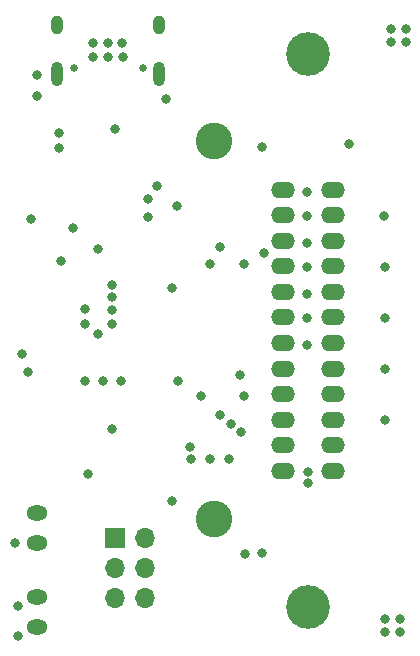
<source format=gbs>
%TF.GenerationSoftware,KiCad,Pcbnew,8.0.5*%
%TF.CreationDate,2024-11-08T10:10:07+13:00*%
%TF.ProjectId,usb_gpib_v3,7573625f-6770-4696-925f-76332e6b6963,C*%
%TF.SameCoordinates,Original*%
%TF.FileFunction,Soldermask,Bot*%
%TF.FilePolarity,Negative*%
%FSLAX46Y46*%
G04 Gerber Fmt 4.6, Leading zero omitted, Abs format (unit mm)*
G04 Created by KiCad (PCBNEW 8.0.5) date 2024-11-08 10:10:07*
%MOMM*%
%LPD*%
G01*
G04 APERTURE LIST*
%ADD10C,3.100000*%
%ADD11O,1.800000X1.300000*%
%ADD12C,0.650000*%
%ADD13O,1.000000X2.100000*%
%ADD14O,1.000000X1.600000*%
%ADD15O,2.000000X1.400000*%
%ADD16C,3.700000*%
%ADD17R,1.700000X1.700000*%
%ADD18O,1.700000X1.700000*%
%ADD19C,0.800000*%
G04 APERTURE END LIST*
D10*
%TO.C,H1*%
X115000000Y-108000800D03*
%TD*%
%TO.C,H2*%
X115000000Y-75996800D03*
%TD*%
D11*
%TO.C,LED2*%
X100076000Y-117084000D03*
X100076000Y-114554000D03*
%TD*%
D12*
%TO.C,J2*%
X108990000Y-69775000D03*
X103210000Y-69775000D03*
D13*
X110420000Y-70305000D03*
D14*
X110420000Y-66125000D03*
D13*
X101780000Y-70305000D03*
D14*
X101780000Y-66125000D03*
%TD*%
D11*
%TO.C,LED3*%
X100076000Y-109972000D03*
X100076000Y-107442000D03*
%TD*%
D15*
%TO.C,J1*%
X120855000Y-103880000D03*
X120855000Y-101720000D03*
X120855000Y-99560000D03*
X120855000Y-97400000D03*
X120855000Y-95240000D03*
X120855000Y-93080000D03*
X120855000Y-90920000D03*
X120855000Y-88760000D03*
X120855000Y-86600000D03*
X120855000Y-84440000D03*
X120855000Y-82280000D03*
X120855000Y-80120000D03*
X125145000Y-103880000D03*
X125145000Y-101720000D03*
X125145000Y-99560000D03*
X125145000Y-97400000D03*
X125145000Y-95240000D03*
X125145000Y-93080000D03*
X125145000Y-90920000D03*
X125145000Y-88760000D03*
X125145000Y-86600000D03*
X125145000Y-84440000D03*
X125145000Y-82280000D03*
X125145000Y-80120000D03*
D16*
X123000000Y-115400000D03*
X123000000Y-68600000D03*
%TD*%
D17*
%TO.C,J3*%
X106680000Y-109601000D03*
D18*
X109220000Y-109601000D03*
X106680000Y-112141000D03*
X109220000Y-112141000D03*
X106680000Y-114681000D03*
X109220000Y-114681000D03*
%TD*%
D19*
X101900000Y-75312500D03*
X106680000Y-74930000D03*
X122936000Y-88900000D03*
X129500000Y-95300000D03*
X131275000Y-67600000D03*
X130775000Y-117550000D03*
X100076000Y-70358000D03*
X104800000Y-67700000D03*
X99314000Y-95504000D03*
X106426000Y-100330000D03*
X107275000Y-67700000D03*
X109474000Y-82420000D03*
X114730000Y-86410000D03*
X129525000Y-116450000D03*
X106050000Y-67700000D03*
X103124000Y-83312000D03*
X113919000Y-97536000D03*
X106050000Y-68900000D03*
X122936000Y-84582000D03*
X106426000Y-88138000D03*
X122936000Y-90932000D03*
X106426000Y-90297000D03*
X130025000Y-66500000D03*
X112014000Y-96266000D03*
X100076000Y-72136000D03*
X110998000Y-72390000D03*
X104800000Y-68900000D03*
X129500000Y-86625000D03*
X98171000Y-109982000D03*
X119253000Y-85471000D03*
X126492000Y-76200000D03*
X113060000Y-102900000D03*
X107188000Y-96266000D03*
X101900000Y-76562500D03*
X114700000Y-102925000D03*
X123000000Y-104000000D03*
X122936000Y-93218000D03*
X119140000Y-110880000D03*
X122936000Y-86614000D03*
X104140000Y-96266000D03*
X122936000Y-80264000D03*
X116332000Y-102925000D03*
X106426000Y-91440000D03*
X104140000Y-90170000D03*
X106426000Y-89154000D03*
X117602000Y-86360000D03*
X98425000Y-117856000D03*
X98425000Y-115316000D03*
X99568000Y-82550000D03*
X111506000Y-106426000D03*
X122990000Y-104950000D03*
X131275000Y-66500000D03*
X117680000Y-110920000D03*
X113030000Y-101854000D03*
X111506000Y-88392000D03*
X117602000Y-97536000D03*
X129525000Y-117550000D03*
X129500000Y-90975000D03*
X102108000Y-86106000D03*
X130775000Y-116450000D03*
X109474000Y-80900000D03*
X98806000Y-93980000D03*
X119126000Y-76454000D03*
X130025000Y-67600000D03*
X122936000Y-82296000D03*
X107300000Y-68900000D03*
X129425000Y-82296000D03*
X104140000Y-91440000D03*
X129500000Y-99625000D03*
X104394000Y-104140000D03*
X105250000Y-92296000D03*
X105664000Y-96266000D03*
X117210076Y-95759862D03*
X115537500Y-84937500D03*
X105250000Y-85090000D03*
X117348000Y-100635647D03*
X116459355Y-99911147D03*
X115570000Y-99186647D03*
X110250000Y-79775000D03*
X111949500Y-81500000D03*
M02*

</source>
